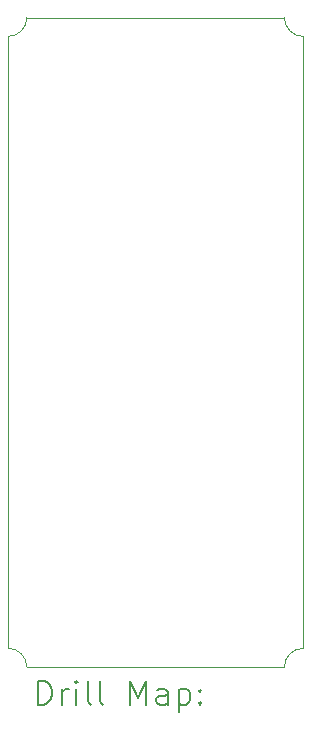
<source format=gbr>
%TF.GenerationSoftware,KiCad,Pcbnew,7.0.9*%
%TF.CreationDate,2025-03-23T18:33:56-04:00*%
%TF.ProjectId,Compact_Control,436f6d70-6163-4745-9f43-6f6e74726f6c,rev?*%
%TF.SameCoordinates,Original*%
%TF.FileFunction,Drillmap*%
%TF.FilePolarity,Positive*%
%FSLAX45Y45*%
G04 Gerber Fmt 4.5, Leading zero omitted, Abs format (unit mm)*
G04 Created by KiCad (PCBNEW 7.0.9) date 2025-03-23 18:33:56*
%MOMM*%
%LPD*%
G01*
G04 APERTURE LIST*
%ADD10C,0.100000*%
%ADD11C,0.200000*%
G04 APERTURE END LIST*
D10*
X160000Y-5500000D02*
G75*
G03*
X0Y-5340000I-160000J0D01*
G01*
X2500000Y-5340000D02*
G75*
G03*
X2340000Y-5500000I0J-160000D01*
G01*
X0Y-5340000D02*
X0Y-160000D01*
X2500000Y-160000D02*
X2500000Y-5340000D01*
X0Y-160000D02*
G75*
G03*
X160000Y0I0J160000D01*
G01*
X2340000Y0D02*
G75*
G03*
X2500000Y-160000I160000J0D01*
G01*
X2340000Y-5500000D02*
X160000Y-5500000D01*
X160000Y0D02*
X2340000Y0D01*
D11*
X255777Y-5816484D02*
X255777Y-5616484D01*
X255777Y-5616484D02*
X303396Y-5616484D01*
X303396Y-5616484D02*
X331967Y-5626008D01*
X331967Y-5626008D02*
X351015Y-5645055D01*
X351015Y-5645055D02*
X360539Y-5664103D01*
X360539Y-5664103D02*
X370062Y-5702198D01*
X370062Y-5702198D02*
X370062Y-5730769D01*
X370062Y-5730769D02*
X360539Y-5768865D01*
X360539Y-5768865D02*
X351015Y-5787912D01*
X351015Y-5787912D02*
X331967Y-5806960D01*
X331967Y-5806960D02*
X303396Y-5816484D01*
X303396Y-5816484D02*
X255777Y-5816484D01*
X455777Y-5816484D02*
X455777Y-5683150D01*
X455777Y-5721246D02*
X465301Y-5702198D01*
X465301Y-5702198D02*
X474824Y-5692674D01*
X474824Y-5692674D02*
X493872Y-5683150D01*
X493872Y-5683150D02*
X512920Y-5683150D01*
X579586Y-5816484D02*
X579586Y-5683150D01*
X579586Y-5616484D02*
X570063Y-5626008D01*
X570063Y-5626008D02*
X579586Y-5635531D01*
X579586Y-5635531D02*
X589110Y-5626008D01*
X589110Y-5626008D02*
X579586Y-5616484D01*
X579586Y-5616484D02*
X579586Y-5635531D01*
X703396Y-5816484D02*
X684348Y-5806960D01*
X684348Y-5806960D02*
X674824Y-5787912D01*
X674824Y-5787912D02*
X674824Y-5616484D01*
X808158Y-5816484D02*
X789110Y-5806960D01*
X789110Y-5806960D02*
X779586Y-5787912D01*
X779586Y-5787912D02*
X779586Y-5616484D01*
X1036729Y-5816484D02*
X1036729Y-5616484D01*
X1036729Y-5616484D02*
X1103396Y-5759341D01*
X1103396Y-5759341D02*
X1170063Y-5616484D01*
X1170063Y-5616484D02*
X1170063Y-5816484D01*
X1351015Y-5816484D02*
X1351015Y-5711722D01*
X1351015Y-5711722D02*
X1341491Y-5692674D01*
X1341491Y-5692674D02*
X1322444Y-5683150D01*
X1322444Y-5683150D02*
X1284348Y-5683150D01*
X1284348Y-5683150D02*
X1265301Y-5692674D01*
X1351015Y-5806960D02*
X1331967Y-5816484D01*
X1331967Y-5816484D02*
X1284348Y-5816484D01*
X1284348Y-5816484D02*
X1265301Y-5806960D01*
X1265301Y-5806960D02*
X1255777Y-5787912D01*
X1255777Y-5787912D02*
X1255777Y-5768865D01*
X1255777Y-5768865D02*
X1265301Y-5749817D01*
X1265301Y-5749817D02*
X1284348Y-5740293D01*
X1284348Y-5740293D02*
X1331967Y-5740293D01*
X1331967Y-5740293D02*
X1351015Y-5730769D01*
X1446253Y-5683150D02*
X1446253Y-5883150D01*
X1446253Y-5692674D02*
X1465301Y-5683150D01*
X1465301Y-5683150D02*
X1503396Y-5683150D01*
X1503396Y-5683150D02*
X1522443Y-5692674D01*
X1522443Y-5692674D02*
X1531967Y-5702198D01*
X1531967Y-5702198D02*
X1541491Y-5721246D01*
X1541491Y-5721246D02*
X1541491Y-5778388D01*
X1541491Y-5778388D02*
X1531967Y-5797436D01*
X1531967Y-5797436D02*
X1522443Y-5806960D01*
X1522443Y-5806960D02*
X1503396Y-5816484D01*
X1503396Y-5816484D02*
X1465301Y-5816484D01*
X1465301Y-5816484D02*
X1446253Y-5806960D01*
X1627205Y-5797436D02*
X1636729Y-5806960D01*
X1636729Y-5806960D02*
X1627205Y-5816484D01*
X1627205Y-5816484D02*
X1617682Y-5806960D01*
X1617682Y-5806960D02*
X1627205Y-5797436D01*
X1627205Y-5797436D02*
X1627205Y-5816484D01*
X1627205Y-5692674D02*
X1636729Y-5702198D01*
X1636729Y-5702198D02*
X1627205Y-5711722D01*
X1627205Y-5711722D02*
X1617682Y-5702198D01*
X1617682Y-5702198D02*
X1627205Y-5692674D01*
X1627205Y-5692674D02*
X1627205Y-5711722D01*
M02*

</source>
